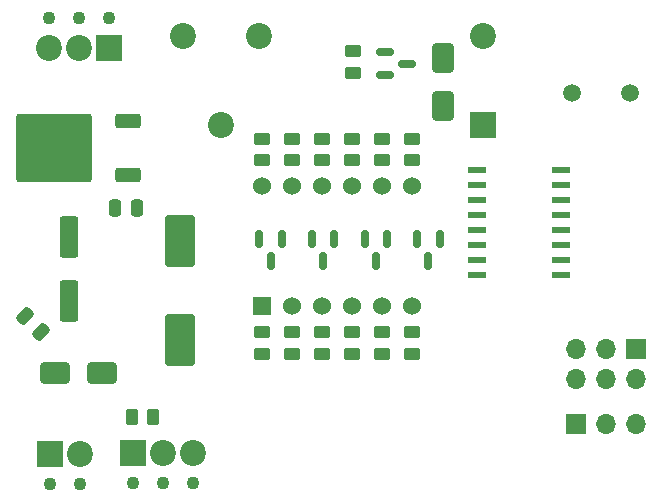
<source format=gbs>
G04 #@! TF.GenerationSoftware,KiCad,Pcbnew,7.0.5-7.0.5~ubuntu20.04.1*
G04 #@! TF.CreationDate,2023-07-24T22:04:44+03:00*
G04 #@! TF.ProjectId,hardware,68617264-7761-4726-952e-6b696361645f,rev?*
G04 #@! TF.SameCoordinates,Original*
G04 #@! TF.FileFunction,Soldermask,Bot*
G04 #@! TF.FilePolarity,Negative*
%FSLAX46Y46*%
G04 Gerber Fmt 4.6, Leading zero omitted, Abs format (unit mm)*
G04 Created by KiCad (PCBNEW 7.0.5-7.0.5~ubuntu20.04.1) date 2023-07-24 22:04:44*
%MOMM*%
%LPD*%
G01*
G04 APERTURE LIST*
G04 Aperture macros list*
%AMRoundRect*
0 Rectangle with rounded corners*
0 $1 Rounding radius*
0 $2 $3 $4 $5 $6 $7 $8 $9 X,Y pos of 4 corners*
0 Add a 4 corners polygon primitive as box body*
4,1,4,$2,$3,$4,$5,$6,$7,$8,$9,$2,$3,0*
0 Add four circle primitives for the rounded corners*
1,1,$1+$1,$2,$3*
1,1,$1+$1,$4,$5*
1,1,$1+$1,$6,$7*
1,1,$1+$1,$8,$9*
0 Add four rect primitives between the rounded corners*
20,1,$1+$1,$2,$3,$4,$5,0*
20,1,$1+$1,$4,$5,$6,$7,0*
20,1,$1+$1,$6,$7,$8,$9,0*
20,1,$1+$1,$8,$9,$2,$3,0*%
G04 Aperture macros list end*
%ADD10R,1.500000X0.600000*%
%ADD11R,1.700000X1.700000*%
%ADD12O,1.700000X1.700000*%
%ADD13C,1.524000*%
%ADD14R,1.524000X1.524000*%
%ADD15C,2.200000*%
%ADD16R,2.200000X2.200000*%
%ADD17C,1.100000*%
%ADD18C,1.500000*%
%ADD19RoundRect,0.250000X1.000000X0.650000X-1.000000X0.650000X-1.000000X-0.650000X1.000000X-0.650000X0*%
%ADD20RoundRect,0.150000X-0.150000X0.587500X-0.150000X-0.587500X0.150000X-0.587500X0.150000X0.587500X0*%
%ADD21RoundRect,0.250000X0.450000X-0.262500X0.450000X0.262500X-0.450000X0.262500X-0.450000X-0.262500X0*%
%ADD22RoundRect,0.150000X-0.587500X-0.150000X0.587500X-0.150000X0.587500X0.150000X-0.587500X0.150000X0*%
%ADD23RoundRect,0.250000X-0.450000X0.262500X-0.450000X-0.262500X0.450000X-0.262500X0.450000X0.262500X0*%
%ADD24RoundRect,0.250000X-0.250000X-0.475000X0.250000X-0.475000X0.250000X0.475000X-0.250000X0.475000X0*%
%ADD25RoundRect,0.250000X0.850000X0.350000X-0.850000X0.350000X-0.850000X-0.350000X0.850000X-0.350000X0*%
%ADD26RoundRect,0.249997X2.950003X2.650003X-2.950003X2.650003X-2.950003X-2.650003X2.950003X-2.650003X0*%
%ADD27RoundRect,0.250000X0.650000X-1.000000X0.650000X1.000000X-0.650000X1.000000X-0.650000X-1.000000X0*%
%ADD28RoundRect,0.250000X1.000000X-1.950000X1.000000X1.950000X-1.000000X1.950000X-1.000000X-1.950000X0*%
%ADD29RoundRect,0.250000X0.512652X0.159099X0.159099X0.512652X-0.512652X-0.159099X-0.159099X-0.512652X0*%
%ADD30RoundRect,0.250000X0.550000X-1.500000X0.550000X1.500000X-0.550000X1.500000X-0.550000X-1.500000X0*%
%ADD31RoundRect,0.250000X0.262500X0.450000X-0.262500X0.450000X-0.262500X-0.450000X0.262500X-0.450000X0*%
G04 APERTURE END LIST*
D10*
X161300000Y-105257500D03*
X161300000Y-103987500D03*
X161300000Y-102717500D03*
X161300000Y-101447500D03*
X161300000Y-100177500D03*
X161300000Y-98907500D03*
X161300000Y-97637500D03*
X161300000Y-96367500D03*
X168400000Y-96367500D03*
X168400000Y-97637500D03*
X168400000Y-98907500D03*
X168400000Y-100177500D03*
X168400000Y-101447500D03*
X168400000Y-102717500D03*
X168400000Y-103987500D03*
X168400000Y-105257500D03*
D11*
X174800000Y-111460000D03*
D12*
X174800000Y-114000000D03*
X172260000Y-111460000D03*
X172260000Y-114000000D03*
X169720000Y-111460000D03*
X169720000Y-114000000D03*
D13*
X143120000Y-97675000D03*
X145660000Y-97675000D03*
X148200000Y-97675000D03*
X150740000Y-97675000D03*
X153280000Y-97675000D03*
X155820000Y-97675000D03*
X155820000Y-107835000D03*
X153280000Y-107835000D03*
X150740000Y-107835000D03*
X148200000Y-107835000D03*
X145660000Y-107835000D03*
D14*
X143120000Y-107835000D03*
D15*
X161840000Y-84995000D03*
D16*
X161840000Y-92495000D03*
D15*
X136440000Y-84995000D03*
X142840000Y-84995000D03*
X139640000Y-92495000D03*
X127740000Y-120335000D03*
D16*
X125200000Y-120335000D03*
D17*
X127740000Y-122875000D03*
X125200000Y-122875000D03*
D15*
X137240000Y-120275000D03*
X134700000Y-120275000D03*
D16*
X132160000Y-120275000D03*
D17*
X137240000Y-122815000D03*
X134700000Y-122815000D03*
X132160000Y-122815000D03*
D11*
X169720000Y-117860000D03*
D12*
X172260000Y-117860000D03*
X174800000Y-117860000D03*
D18*
X169350000Y-89800000D03*
X174230000Y-89800000D03*
D15*
X125120000Y-86000000D03*
X127660000Y-86000000D03*
D16*
X130200000Y-86000000D03*
D17*
X125120000Y-83460000D03*
X127660000Y-83460000D03*
X130200000Y-83460000D03*
D19*
X129600000Y-113530000D03*
X125600000Y-113530000D03*
D20*
X151800000Y-102200000D03*
X153700000Y-102200000D03*
X152750000Y-104075000D03*
D21*
X155850000Y-111875000D03*
X155850000Y-110050000D03*
X150750000Y-111875000D03*
X150750000Y-110050000D03*
D22*
X153512500Y-88262500D03*
X153512500Y-86362500D03*
X155387500Y-87312500D03*
D23*
X155800000Y-93662500D03*
X155800000Y-95487500D03*
D21*
X153300000Y-111875000D03*
X153300000Y-110050000D03*
D23*
X153260000Y-93662500D03*
X153260000Y-95487500D03*
X148180000Y-93662500D03*
X148180000Y-95487500D03*
X145640000Y-93662500D03*
X145640000Y-95487500D03*
D20*
X147350000Y-102200000D03*
X149250000Y-102200000D03*
X148300000Y-104075000D03*
D24*
X130650000Y-99530000D03*
X132550000Y-99530000D03*
D21*
X150800000Y-88112500D03*
X150800000Y-86287500D03*
D20*
X156250000Y-102200000D03*
X158150000Y-102200000D03*
X157200000Y-104075000D03*
D21*
X143100000Y-111875000D03*
X143100000Y-110050000D03*
D25*
X131800000Y-92170000D03*
D26*
X125500000Y-94450000D03*
D25*
X131800000Y-96730000D03*
D21*
X145650000Y-111875000D03*
X145650000Y-110050000D03*
D27*
X158400000Y-90875000D03*
X158400000Y-86875000D03*
D28*
X136200000Y-110730000D03*
X136200000Y-102330000D03*
D29*
X124371751Y-110046751D03*
X123028249Y-108703249D03*
D23*
X150720000Y-93662500D03*
X150720000Y-95487500D03*
D20*
X142900000Y-102200000D03*
X144800000Y-102200000D03*
X143850000Y-104075000D03*
D23*
X143100000Y-93662500D03*
X143100000Y-95487500D03*
D21*
X148200000Y-111875000D03*
X148200000Y-110050000D03*
D30*
X126800000Y-107430000D03*
X126800000Y-102030000D03*
D31*
X133912500Y-117200000D03*
X132087500Y-117200000D03*
M02*

</source>
